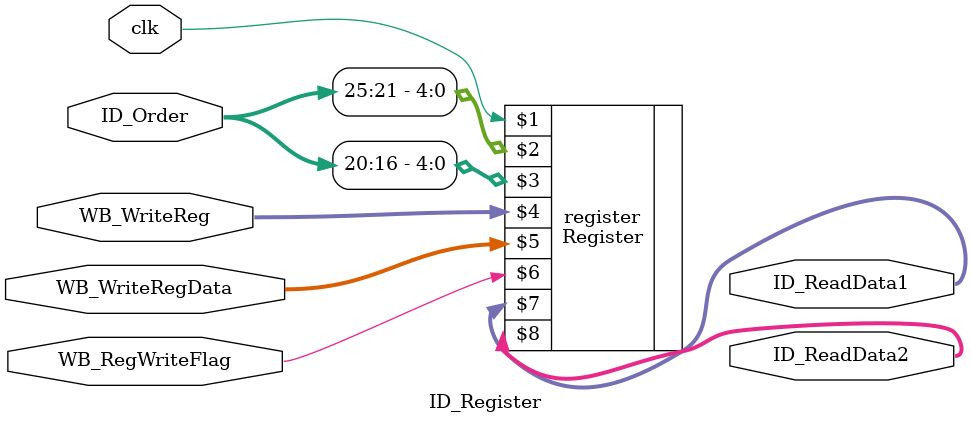
<source format=v>
`timescale 1ns / 1ps


module ID_Register(clk,ID_Order,WB_WriteReg,WB_WriteRegData,WB_RegWriteFlag,ID_ReadData1,ID_ReadData2);
  input clk,WB_RegWriteFlag;
  input [4:0] WB_WriteReg;
  input [31:0] ID_Order,WB_WriteRegData;
  output [31:0] ID_ReadData1,ID_ReadData2;

  Register register(clk,ID_Order[25:21],ID_Order[20:16],WB_WriteReg,WB_WriteRegData,WB_RegWriteFlag,ID_ReadData1,ID_ReadData2);
endmodule

</source>
